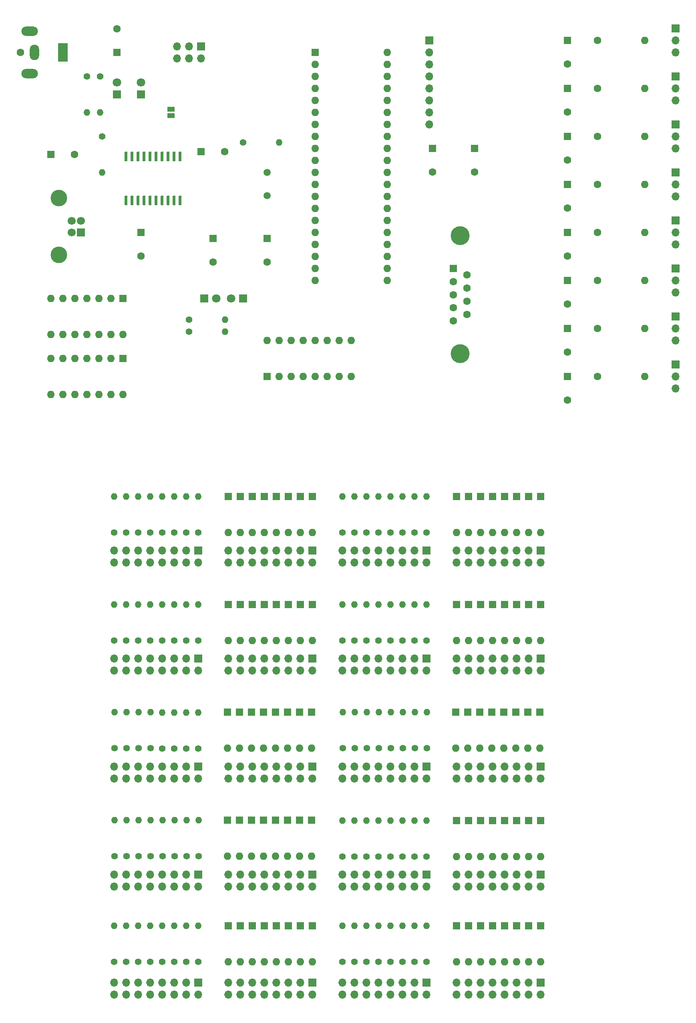
<source format=gbr>
%TF.GenerationSoftware,KiCad,Pcbnew,5.1.5+dfsg1-2build2*%
%TF.CreationDate,2021-10-31T16:28:56-04:00*%
%TF.ProjectId,PCB_LeftPanel,5043425f-4c65-4667-9450-616e656c2e6b,1*%
%TF.SameCoordinates,Original*%
%TF.FileFunction,Soldermask,Top*%
%TF.FilePolarity,Negative*%
%FSLAX46Y46*%
G04 Gerber Fmt 4.6, Leading zero omitted, Abs format (unit mm)*
G04 Created by KiCad (PCBNEW 5.1.5+dfsg1-2build2) date 2021-10-31 16:28:56*
%MOMM*%
%LPD*%
G04 APERTURE LIST*
%ADD10C,4.000000*%
%ADD11C,1.600000*%
%ADD12R,1.600000X1.600000*%
%ADD13O,1.600000X1.600000*%
%ADD14O,1.700000X1.700000*%
%ADD15R,1.700000X1.700000*%
%ADD16C,1.500000*%
%ADD17O,1.400000X1.400000*%
%ADD18C,1.400000*%
%ADD19R,1.500000X1.000000*%
%ADD20O,3.500000X2.000000*%
%ADD21O,2.000000X3.300000*%
%ADD22R,2.000000X4.000000*%
%ADD23C,3.500000*%
%ADD24C,1.700000*%
%ADD25C,1.800000*%
%ADD26R,1.800000X1.800000*%
%ADD27C,0.100000*%
G04 APERTURE END LIST*
D10*
%TO.C,J32*%
X124610000Y-67970000D03*
X124610000Y-92970000D03*
D11*
X126030000Y-84625000D03*
X126030000Y-81855000D03*
X126030000Y-79085000D03*
X126030000Y-76315000D03*
X123190000Y-86010000D03*
X123190000Y-83240000D03*
X123190000Y-80470000D03*
X123190000Y-77700000D03*
D12*
X123190000Y-74930000D03*
%TD*%
D13*
%TO.C,U1*%
X109220000Y-29210000D03*
X93980000Y-77470000D03*
X109220000Y-31750000D03*
X93980000Y-74930000D03*
X109220000Y-34290000D03*
X93980000Y-72390000D03*
X109220000Y-36830000D03*
X93980000Y-69850000D03*
X109220000Y-39370000D03*
X93980000Y-67310000D03*
X109220000Y-41910000D03*
X93980000Y-64770000D03*
X109220000Y-44450000D03*
X93980000Y-62230000D03*
X109220000Y-46990000D03*
X93980000Y-59690000D03*
X109220000Y-49530000D03*
X93980000Y-57150000D03*
X109220000Y-52070000D03*
X93980000Y-54610000D03*
X109220000Y-54610000D03*
X93980000Y-52070000D03*
X109220000Y-57150000D03*
X93980000Y-49530000D03*
X109220000Y-59690000D03*
X93980000Y-46990000D03*
X109220000Y-62230000D03*
X93980000Y-44450000D03*
X109220000Y-64770000D03*
X93980000Y-41910000D03*
X109220000Y-67310000D03*
X93980000Y-39370000D03*
X109220000Y-69850000D03*
X93980000Y-36830000D03*
X109220000Y-72390000D03*
X93980000Y-34290000D03*
X109220000Y-74930000D03*
X93980000Y-31750000D03*
X109220000Y-77470000D03*
D12*
X93980000Y-29210000D03*
%TD*%
D13*
%TO.C,U5*%
X53340000Y-88900000D03*
X38100000Y-81280000D03*
X50800000Y-88900000D03*
X40640000Y-81280000D03*
X48260000Y-88900000D03*
X43180000Y-81280000D03*
X45720000Y-88900000D03*
X45720000Y-81280000D03*
X43180000Y-88900000D03*
X48260000Y-81280000D03*
X40640000Y-88900000D03*
X50800000Y-81280000D03*
X38100000Y-88900000D03*
D12*
X53340000Y-81280000D03*
%TD*%
D13*
%TO.C,U4*%
X53340000Y-101600000D03*
X38100000Y-93980000D03*
X50800000Y-101600000D03*
X40640000Y-93980000D03*
X48260000Y-101600000D03*
X43180000Y-93980000D03*
X45720000Y-101600000D03*
X45720000Y-93980000D03*
X43180000Y-101600000D03*
X48260000Y-93980000D03*
X40640000Y-101600000D03*
X50800000Y-93980000D03*
X38100000Y-101600000D03*
D12*
X53340000Y-93980000D03*
%TD*%
D14*
%TO.C,J36*%
X118110000Y-44450000D03*
X118110000Y-41910000D03*
X118110000Y-39370000D03*
X118110000Y-36830000D03*
X118110000Y-34290000D03*
X118110000Y-31750000D03*
X118110000Y-29210000D03*
D15*
X118110000Y-26670000D03*
%TD*%
D14*
%TO.C,J2*%
X64770000Y-30480000D03*
X64770000Y-27940000D03*
X67310000Y-30480000D03*
X67310000Y-27940000D03*
X69850000Y-30480000D03*
D15*
X69850000Y-27940000D03*
%TD*%
D16*
%TO.C,Y1*%
X83820000Y-59490000D03*
X83820000Y-54610000D03*
%TD*%
D13*
%TO.C,U2*%
X83820000Y-90170000D03*
X101600000Y-97790000D03*
X86360000Y-90170000D03*
X99060000Y-97790000D03*
X88900000Y-90170000D03*
X96520000Y-97790000D03*
X91440000Y-90170000D03*
X93980000Y-97790000D03*
X93980000Y-90170000D03*
X91440000Y-97790000D03*
X96520000Y-90170000D03*
X88900000Y-97790000D03*
X99060000Y-90170000D03*
X86360000Y-97790000D03*
X101600000Y-90170000D03*
D12*
X83820000Y-97790000D03*
%TD*%
D17*
%TO.C,R86*%
X99695000Y-213995000D03*
D18*
X99695000Y-221615000D03*
%TD*%
D17*
%TO.C,R85*%
X102235000Y-213995000D03*
D18*
X102235000Y-221615000D03*
%TD*%
D17*
%TO.C,R84*%
X104775000Y-213995000D03*
D18*
X104775000Y-221615000D03*
%TD*%
D17*
%TO.C,R83*%
X107315000Y-213995000D03*
D18*
X107315000Y-221615000D03*
%TD*%
D17*
%TO.C,R82*%
X109855000Y-213995000D03*
D18*
X109855000Y-221615000D03*
%TD*%
D17*
%TO.C,R81*%
X112395000Y-213995000D03*
D18*
X112395000Y-221615000D03*
%TD*%
D17*
%TO.C,R80*%
X114935000Y-213995000D03*
D18*
X114935000Y-221615000D03*
%TD*%
D17*
%TO.C,R79*%
X117475000Y-213995000D03*
D18*
X117475000Y-221615000D03*
%TD*%
D17*
%TO.C,R78*%
X51435000Y-213995000D03*
D18*
X51435000Y-221615000D03*
%TD*%
D17*
%TO.C,R77*%
X53975000Y-213995000D03*
D18*
X53975000Y-221615000D03*
%TD*%
D17*
%TO.C,R76*%
X56515000Y-213995000D03*
D18*
X56515000Y-221615000D03*
%TD*%
D17*
%TO.C,R75*%
X59055000Y-213995000D03*
D18*
X59055000Y-221615000D03*
%TD*%
D17*
%TO.C,R74*%
X61595000Y-213995000D03*
D18*
X61595000Y-221615000D03*
%TD*%
D17*
%TO.C,R73*%
X64135000Y-213995000D03*
D18*
X64135000Y-221615000D03*
%TD*%
D17*
%TO.C,R72*%
X66675000Y-213995000D03*
D18*
X66675000Y-221615000D03*
%TD*%
D17*
%TO.C,R71*%
X69215000Y-213995000D03*
D18*
X69215000Y-221615000D03*
%TD*%
D17*
%TO.C,R70*%
X99695000Y-191770000D03*
D18*
X99695000Y-199390000D03*
%TD*%
D17*
%TO.C,R69*%
X102235000Y-191770000D03*
D18*
X102235000Y-199390000D03*
%TD*%
D17*
%TO.C,R68*%
X104775000Y-191770000D03*
D18*
X104775000Y-199390000D03*
%TD*%
D17*
%TO.C,R67*%
X107315000Y-191770000D03*
D18*
X107315000Y-199390000D03*
%TD*%
D17*
%TO.C,R66*%
X109855000Y-191770000D03*
D18*
X109855000Y-199390000D03*
%TD*%
D17*
%TO.C,R65*%
X112395000Y-191770000D03*
D18*
X112395000Y-199390000D03*
%TD*%
D17*
%TO.C,R64*%
X114935000Y-191770000D03*
D18*
X114935000Y-199390000D03*
%TD*%
D17*
%TO.C,R63*%
X117475000Y-191770000D03*
D18*
X117475000Y-199390000D03*
%TD*%
D17*
%TO.C,R62*%
X51562000Y-191643000D03*
D18*
X51562000Y-199263000D03*
%TD*%
D17*
%TO.C,R61*%
X54102000Y-191643000D03*
D18*
X54102000Y-199263000D03*
%TD*%
D17*
%TO.C,R60*%
X56642000Y-191643000D03*
D18*
X56642000Y-199263000D03*
%TD*%
D17*
%TO.C,R59*%
X59182000Y-191643000D03*
D18*
X59182000Y-199263000D03*
%TD*%
D17*
%TO.C,R58*%
X61722000Y-191643000D03*
D18*
X61722000Y-199263000D03*
%TD*%
D17*
%TO.C,R57*%
X64262000Y-191643000D03*
D18*
X64262000Y-199263000D03*
%TD*%
D17*
%TO.C,R56*%
X66802000Y-191643000D03*
D18*
X66802000Y-199263000D03*
%TD*%
D17*
%TO.C,R55*%
X69342000Y-191643000D03*
D18*
X69342000Y-199263000D03*
%TD*%
D17*
%TO.C,R54*%
X99822000Y-168783000D03*
D18*
X99822000Y-176403000D03*
%TD*%
D17*
%TO.C,R53*%
X102362000Y-168783000D03*
D18*
X102362000Y-176403000D03*
%TD*%
D17*
%TO.C,R52*%
X104902000Y-168783000D03*
D18*
X104902000Y-176403000D03*
%TD*%
D17*
%TO.C,R51*%
X107442000Y-168783000D03*
D18*
X107442000Y-176403000D03*
%TD*%
D17*
%TO.C,R50*%
X109982000Y-168783000D03*
D18*
X109982000Y-176403000D03*
%TD*%
D17*
%TO.C,R49*%
X112522000Y-168783000D03*
D18*
X112522000Y-176403000D03*
%TD*%
D17*
%TO.C,R48*%
X115062000Y-168783000D03*
D18*
X115062000Y-176403000D03*
%TD*%
D17*
%TO.C,R47*%
X117602000Y-168783000D03*
D18*
X117602000Y-176403000D03*
%TD*%
D17*
%TO.C,R46*%
X51562000Y-168783000D03*
D18*
X51562000Y-176403000D03*
%TD*%
D17*
%TO.C,R45*%
X54102000Y-168783000D03*
D18*
X54102000Y-176403000D03*
%TD*%
D17*
%TO.C,R44*%
X56642000Y-168783000D03*
D18*
X56642000Y-176403000D03*
%TD*%
D17*
%TO.C,R43*%
X59182000Y-168783000D03*
D18*
X59182000Y-176403000D03*
%TD*%
D17*
%TO.C,R42*%
X61595000Y-168910000D03*
D18*
X61595000Y-176530000D03*
%TD*%
D17*
%TO.C,R41*%
X64135000Y-168910000D03*
D18*
X64135000Y-176530000D03*
%TD*%
D17*
%TO.C,R40*%
X66675000Y-168910000D03*
D18*
X66675000Y-176530000D03*
%TD*%
D17*
%TO.C,R39*%
X69215000Y-168910000D03*
D18*
X69215000Y-176530000D03*
%TD*%
D17*
%TO.C,R38*%
X99695000Y-146050000D03*
D18*
X99695000Y-153670000D03*
%TD*%
D17*
%TO.C,R37*%
X102235000Y-146050000D03*
D18*
X102235000Y-153670000D03*
%TD*%
D17*
%TO.C,R36*%
X104775000Y-146050000D03*
D18*
X104775000Y-153670000D03*
%TD*%
D17*
%TO.C,R35*%
X107315000Y-146050000D03*
D18*
X107315000Y-153670000D03*
%TD*%
D17*
%TO.C,R34*%
X109855000Y-146050000D03*
D18*
X109855000Y-153670000D03*
%TD*%
D17*
%TO.C,R33*%
X112395000Y-146050000D03*
D18*
X112395000Y-153670000D03*
%TD*%
D17*
%TO.C,R32*%
X114935000Y-146050000D03*
D18*
X114935000Y-153670000D03*
%TD*%
D17*
%TO.C,R31*%
X117475000Y-146050000D03*
D18*
X117475000Y-153670000D03*
%TD*%
D17*
%TO.C,R30*%
X51435000Y-146050000D03*
D18*
X51435000Y-153670000D03*
%TD*%
D17*
%TO.C,R29*%
X53975000Y-146050000D03*
D18*
X53975000Y-153670000D03*
%TD*%
D17*
%TO.C,R28*%
X56515000Y-146050000D03*
D18*
X56515000Y-153670000D03*
%TD*%
D17*
%TO.C,R27*%
X59055000Y-146050000D03*
D18*
X59055000Y-153670000D03*
%TD*%
D17*
%TO.C,R26*%
X61595000Y-146050000D03*
D18*
X61595000Y-153670000D03*
%TD*%
D17*
%TO.C,R25*%
X64135000Y-146050000D03*
D18*
X64135000Y-153670000D03*
%TD*%
D17*
%TO.C,R24*%
X66675000Y-146050000D03*
D18*
X66675000Y-153670000D03*
%TD*%
D17*
%TO.C,R23*%
X69215000Y-146050000D03*
D18*
X69215000Y-153670000D03*
%TD*%
D17*
%TO.C,R22*%
X99695000Y-123190000D03*
D18*
X99695000Y-130810000D03*
%TD*%
D17*
%TO.C,R21*%
X102235000Y-123190000D03*
D18*
X102235000Y-130810000D03*
%TD*%
D17*
%TO.C,R20*%
X104775000Y-123190000D03*
D18*
X104775000Y-130810000D03*
%TD*%
D17*
%TO.C,R19*%
X107315000Y-123190000D03*
D18*
X107315000Y-130810000D03*
%TD*%
D17*
%TO.C,R18*%
X109855000Y-123190000D03*
D18*
X109855000Y-130810000D03*
%TD*%
D17*
%TO.C,R17*%
X112395000Y-123190000D03*
D18*
X112395000Y-130810000D03*
%TD*%
D17*
%TO.C,R16*%
X114935000Y-123190000D03*
D18*
X114935000Y-130810000D03*
%TD*%
D17*
%TO.C,R15*%
X117475000Y-123190000D03*
D18*
X117475000Y-130810000D03*
%TD*%
D17*
%TO.C,R14*%
X51435000Y-123190000D03*
D18*
X51435000Y-130810000D03*
%TD*%
D17*
%TO.C,R13*%
X53975000Y-123190000D03*
D18*
X53975000Y-130810000D03*
%TD*%
D17*
%TO.C,R12*%
X56515000Y-123190000D03*
D18*
X56515000Y-130810000D03*
%TD*%
D17*
%TO.C,R11*%
X59055000Y-123190000D03*
D18*
X59055000Y-130810000D03*
%TD*%
D17*
%TO.C,R10*%
X61595000Y-123190000D03*
D18*
X61595000Y-130810000D03*
%TD*%
D17*
%TO.C,R9*%
X64135000Y-123190000D03*
D18*
X64135000Y-130810000D03*
%TD*%
D17*
%TO.C,R8*%
X66675000Y-123190000D03*
D18*
X66675000Y-130810000D03*
%TD*%
D17*
%TO.C,R7*%
X69215000Y-123190000D03*
D18*
X69215000Y-130810000D03*
%TD*%
D17*
%TO.C,R6*%
X74930000Y-85725000D03*
D18*
X67310000Y-85725000D03*
%TD*%
D17*
%TO.C,R5*%
X86360000Y-48260000D03*
D18*
X78740000Y-48260000D03*
%TD*%
D17*
%TO.C,R4*%
X74930000Y-88265000D03*
D18*
X67310000Y-88265000D03*
%TD*%
D17*
%TO.C,R3*%
X48895000Y-54610000D03*
D18*
X48895000Y-46990000D03*
%TD*%
D17*
%TO.C,R2*%
X45720000Y-41910000D03*
D18*
X45720000Y-34290000D03*
%TD*%
D17*
%TO.C,R1*%
X48470000Y-41910000D03*
D18*
X48470000Y-34290000D03*
%TD*%
D13*
%TO.C,L8*%
X163670000Y-97790000D03*
D11*
X153670000Y-97790000D03*
%TD*%
D13*
%TO.C,L7*%
X163670000Y-87630000D03*
D11*
X153670000Y-87630000D03*
%TD*%
D13*
%TO.C,L6*%
X163670000Y-77470000D03*
D11*
X153670000Y-77470000D03*
%TD*%
D13*
%TO.C,L5*%
X163670000Y-67310000D03*
D11*
X153670000Y-67310000D03*
%TD*%
D13*
%TO.C,L4*%
X163670000Y-57150000D03*
D11*
X153670000Y-57150000D03*
%TD*%
D13*
%TO.C,L3*%
X163670000Y-46990000D03*
D11*
X153670000Y-46990000D03*
%TD*%
D13*
%TO.C,L2*%
X163670000Y-36830000D03*
D11*
X153670000Y-36830000D03*
%TD*%
D13*
%TO.C,L1*%
X163670000Y-26670000D03*
D11*
X153670000Y-26670000D03*
%TD*%
D19*
%TO.C,JP2*%
X63500000Y-41260000D03*
X63500000Y-42560000D03*
%TD*%
D14*
%TO.C,J31*%
X170180000Y-100330000D03*
X170180000Y-97790000D03*
D15*
X170180000Y-95250000D03*
%TD*%
D14*
%TO.C,J30*%
X170180000Y-90170000D03*
X170180000Y-87630000D03*
D15*
X170180000Y-85090000D03*
%TD*%
D14*
%TO.C,J29*%
X170180000Y-80010000D03*
X170180000Y-77470000D03*
D15*
X170180000Y-74930000D03*
%TD*%
D14*
%TO.C,J28*%
X170180000Y-69850000D03*
X170180000Y-67310000D03*
D15*
X170180000Y-64770000D03*
%TD*%
D14*
%TO.C,J27*%
X170180000Y-59690000D03*
X170180000Y-57150000D03*
D15*
X170180000Y-54610000D03*
%TD*%
D14*
%TO.C,J26*%
X170180000Y-49530000D03*
X170180000Y-46990000D03*
D15*
X170180000Y-44450000D03*
%TD*%
D14*
%TO.C,J25*%
X170180000Y-39370000D03*
X170180000Y-36830000D03*
D15*
X170180000Y-34290000D03*
%TD*%
D14*
%TO.C,J24*%
X170180000Y-29210000D03*
X170180000Y-26670000D03*
D15*
X170180000Y-24130000D03*
%TD*%
D14*
%TO.C,J23*%
X123825000Y-228600000D03*
X123825000Y-226060000D03*
X126365000Y-228600000D03*
X126365000Y-226060000D03*
X128905000Y-228600000D03*
X128905000Y-226060000D03*
X131445000Y-228600000D03*
X131445000Y-226060000D03*
X133985000Y-228600000D03*
X133985000Y-226060000D03*
X136525000Y-228600000D03*
X136525000Y-226060000D03*
X139065000Y-228600000D03*
X139065000Y-226060000D03*
X141605000Y-228600000D03*
D15*
X141605000Y-226060000D03*
%TD*%
D14*
%TO.C,J22*%
X99695000Y-228600000D03*
X99695000Y-226060000D03*
X102235000Y-228600000D03*
X102235000Y-226060000D03*
X104775000Y-228600000D03*
X104775000Y-226060000D03*
X107315000Y-228600000D03*
X107315000Y-226060000D03*
X109855000Y-228600000D03*
X109855000Y-226060000D03*
X112395000Y-228600000D03*
X112395000Y-226060000D03*
X114935000Y-228600000D03*
X114935000Y-226060000D03*
X117475000Y-228600000D03*
D15*
X117475000Y-226060000D03*
%TD*%
D14*
%TO.C,J21*%
X75565000Y-228600000D03*
X75565000Y-226060000D03*
X78105000Y-228600000D03*
X78105000Y-226060000D03*
X80645000Y-228600000D03*
X80645000Y-226060000D03*
X83185000Y-228600000D03*
X83185000Y-226060000D03*
X85725000Y-228600000D03*
X85725000Y-226060000D03*
X88265000Y-228600000D03*
X88265000Y-226060000D03*
X90805000Y-228600000D03*
X90805000Y-226060000D03*
X93345000Y-228600000D03*
D15*
X93345000Y-226060000D03*
%TD*%
D14*
%TO.C,J20*%
X51435000Y-228600000D03*
X51435000Y-226060000D03*
X53975000Y-228600000D03*
X53975000Y-226060000D03*
X56515000Y-228600000D03*
X56515000Y-226060000D03*
X59055000Y-228600000D03*
X59055000Y-226060000D03*
X61595000Y-228600000D03*
X61595000Y-226060000D03*
X64135000Y-228600000D03*
X64135000Y-226060000D03*
X66675000Y-228600000D03*
X66675000Y-226060000D03*
X69215000Y-228600000D03*
D15*
X69215000Y-226060000D03*
%TD*%
D14*
%TO.C,J19*%
X123825000Y-205740000D03*
X123825000Y-203200000D03*
X126365000Y-205740000D03*
X126365000Y-203200000D03*
X128905000Y-205740000D03*
X128905000Y-203200000D03*
X131445000Y-205740000D03*
X131445000Y-203200000D03*
X133985000Y-205740000D03*
X133985000Y-203200000D03*
X136525000Y-205740000D03*
X136525000Y-203200000D03*
X139065000Y-205740000D03*
X139065000Y-203200000D03*
X141605000Y-205740000D03*
D15*
X141605000Y-203200000D03*
%TD*%
D14*
%TO.C,J18*%
X99695000Y-205740000D03*
X99695000Y-203200000D03*
X102235000Y-205740000D03*
X102235000Y-203200000D03*
X104775000Y-205740000D03*
X104775000Y-203200000D03*
X107315000Y-205740000D03*
X107315000Y-203200000D03*
X109855000Y-205740000D03*
X109855000Y-203200000D03*
X112395000Y-205740000D03*
X112395000Y-203200000D03*
X114935000Y-205740000D03*
X114935000Y-203200000D03*
X117475000Y-205740000D03*
D15*
X117475000Y-203200000D03*
%TD*%
D14*
%TO.C,J17*%
X75565000Y-205740000D03*
X75565000Y-203200000D03*
X78105000Y-205740000D03*
X78105000Y-203200000D03*
X80645000Y-205740000D03*
X80645000Y-203200000D03*
X83185000Y-205740000D03*
X83185000Y-203200000D03*
X85725000Y-205740000D03*
X85725000Y-203200000D03*
X88265000Y-205740000D03*
X88265000Y-203200000D03*
X90805000Y-205740000D03*
X90805000Y-203200000D03*
X93345000Y-205740000D03*
D15*
X93345000Y-203200000D03*
%TD*%
D14*
%TO.C,J16*%
X51435000Y-205740000D03*
X51435000Y-203200000D03*
X53975000Y-205740000D03*
X53975000Y-203200000D03*
X56515000Y-205740000D03*
X56515000Y-203200000D03*
X59055000Y-205740000D03*
X59055000Y-203200000D03*
X61595000Y-205740000D03*
X61595000Y-203200000D03*
X64135000Y-205740000D03*
X64135000Y-203200000D03*
X66675000Y-205740000D03*
X66675000Y-203200000D03*
X69215000Y-205740000D03*
D15*
X69215000Y-203200000D03*
%TD*%
D14*
%TO.C,J15*%
X123825000Y-182880000D03*
X123825000Y-180340000D03*
X126365000Y-182880000D03*
X126365000Y-180340000D03*
X128905000Y-182880000D03*
X128905000Y-180340000D03*
X131445000Y-182880000D03*
X131445000Y-180340000D03*
X133985000Y-182880000D03*
X133985000Y-180340000D03*
X136525000Y-182880000D03*
X136525000Y-180340000D03*
X139065000Y-182880000D03*
X139065000Y-180340000D03*
X141605000Y-182880000D03*
D15*
X141605000Y-180340000D03*
%TD*%
D14*
%TO.C,J14*%
X99695000Y-182880000D03*
X99695000Y-180340000D03*
X102235000Y-182880000D03*
X102235000Y-180340000D03*
X104775000Y-182880000D03*
X104775000Y-180340000D03*
X107315000Y-182880000D03*
X107315000Y-180340000D03*
X109855000Y-182880000D03*
X109855000Y-180340000D03*
X112395000Y-182880000D03*
X112395000Y-180340000D03*
X114935000Y-182880000D03*
X114935000Y-180340000D03*
X117475000Y-182880000D03*
D15*
X117475000Y-180340000D03*
%TD*%
D14*
%TO.C,J13*%
X75565000Y-182880000D03*
X75565000Y-180340000D03*
X78105000Y-182880000D03*
X78105000Y-180340000D03*
X80645000Y-182880000D03*
X80645000Y-180340000D03*
X83185000Y-182880000D03*
X83185000Y-180340000D03*
X85725000Y-182880000D03*
X85725000Y-180340000D03*
X88265000Y-182880000D03*
X88265000Y-180340000D03*
X90805000Y-182880000D03*
X90805000Y-180340000D03*
X93345000Y-182880000D03*
D15*
X93345000Y-180340000D03*
%TD*%
D14*
%TO.C,J12*%
X51435000Y-182880000D03*
X51435000Y-180340000D03*
X53975000Y-182880000D03*
X53975000Y-180340000D03*
X56515000Y-182880000D03*
X56515000Y-180340000D03*
X59055000Y-182880000D03*
X59055000Y-180340000D03*
X61595000Y-182880000D03*
X61595000Y-180340000D03*
X64135000Y-182880000D03*
X64135000Y-180340000D03*
X66675000Y-182880000D03*
X66675000Y-180340000D03*
X69215000Y-182880000D03*
D15*
X69215000Y-180340000D03*
%TD*%
D14*
%TO.C,J11*%
X123825000Y-160020000D03*
X123825000Y-157480000D03*
X126365000Y-160020000D03*
X126365000Y-157480000D03*
X128905000Y-160020000D03*
X128905000Y-157480000D03*
X131445000Y-160020000D03*
X131445000Y-157480000D03*
X133985000Y-160020000D03*
X133985000Y-157480000D03*
X136525000Y-160020000D03*
X136525000Y-157480000D03*
X139065000Y-160020000D03*
X139065000Y-157480000D03*
X141605000Y-160020000D03*
D15*
X141605000Y-157480000D03*
%TD*%
D14*
%TO.C,J10*%
X99695000Y-160020000D03*
X99695000Y-157480000D03*
X102235000Y-160020000D03*
X102235000Y-157480000D03*
X104775000Y-160020000D03*
X104775000Y-157480000D03*
X107315000Y-160020000D03*
X107315000Y-157480000D03*
X109855000Y-160020000D03*
X109855000Y-157480000D03*
X112395000Y-160020000D03*
X112395000Y-157480000D03*
X114935000Y-160020000D03*
X114935000Y-157480000D03*
X117475000Y-160020000D03*
D15*
X117475000Y-157480000D03*
%TD*%
D14*
%TO.C,J9*%
X75565000Y-160020000D03*
X75565000Y-157480000D03*
X78105000Y-160020000D03*
X78105000Y-157480000D03*
X80645000Y-160020000D03*
X80645000Y-157480000D03*
X83185000Y-160020000D03*
X83185000Y-157480000D03*
X85725000Y-160020000D03*
X85725000Y-157480000D03*
X88265000Y-160020000D03*
X88265000Y-157480000D03*
X90805000Y-160020000D03*
X90805000Y-157480000D03*
X93345000Y-160020000D03*
D15*
X93345000Y-157480000D03*
%TD*%
D14*
%TO.C,J8*%
X51435000Y-160020000D03*
X51435000Y-157480000D03*
X53975000Y-160020000D03*
X53975000Y-157480000D03*
X56515000Y-160020000D03*
X56515000Y-157480000D03*
X59055000Y-160020000D03*
X59055000Y-157480000D03*
X61595000Y-160020000D03*
X61595000Y-157480000D03*
X64135000Y-160020000D03*
X64135000Y-157480000D03*
X66675000Y-160020000D03*
X66675000Y-157480000D03*
X69215000Y-160020000D03*
D15*
X69215000Y-157480000D03*
%TD*%
D14*
%TO.C,J7*%
X123825000Y-137160000D03*
X123825000Y-134620000D03*
X126365000Y-137160000D03*
X126365000Y-134620000D03*
X128905000Y-137160000D03*
X128905000Y-134620000D03*
X131445000Y-137160000D03*
X131445000Y-134620000D03*
X133985000Y-137160000D03*
X133985000Y-134620000D03*
X136525000Y-137160000D03*
X136525000Y-134620000D03*
X139065000Y-137160000D03*
X139065000Y-134620000D03*
X141605000Y-137160000D03*
D15*
X141605000Y-134620000D03*
%TD*%
D14*
%TO.C,J6*%
X99695000Y-137160000D03*
X99695000Y-134620000D03*
X102235000Y-137160000D03*
X102235000Y-134620000D03*
X104775000Y-137160000D03*
X104775000Y-134620000D03*
X107315000Y-137160000D03*
X107315000Y-134620000D03*
X109855000Y-137160000D03*
X109855000Y-134620000D03*
X112395000Y-137160000D03*
X112395000Y-134620000D03*
X114935000Y-137160000D03*
X114935000Y-134620000D03*
X117475000Y-137160000D03*
D15*
X117475000Y-134620000D03*
%TD*%
D14*
%TO.C,J5*%
X75565000Y-137160000D03*
X75565000Y-134620000D03*
X78105000Y-137160000D03*
X78105000Y-134620000D03*
X80645000Y-137160000D03*
X80645000Y-134620000D03*
X83185000Y-137160000D03*
X83185000Y-134620000D03*
X85725000Y-137160000D03*
X85725000Y-134620000D03*
X88265000Y-137160000D03*
X88265000Y-134620000D03*
X90805000Y-137160000D03*
X90805000Y-134620000D03*
X93345000Y-137160000D03*
D15*
X93345000Y-134620000D03*
%TD*%
D14*
%TO.C,J4*%
X51435000Y-137160000D03*
X51435000Y-134620000D03*
X53975000Y-137160000D03*
X53975000Y-134620000D03*
X56515000Y-137160000D03*
X56515000Y-134620000D03*
X59055000Y-137160000D03*
X59055000Y-134620000D03*
X61595000Y-137160000D03*
X61595000Y-134620000D03*
X64135000Y-137160000D03*
X64135000Y-134620000D03*
X66675000Y-137160000D03*
X66675000Y-134620000D03*
X69215000Y-137160000D03*
D15*
X69215000Y-134620000D03*
%TD*%
D11*
%TO.C,J3*%
X31640000Y-29210000D03*
D20*
X33640000Y-33710000D03*
X33640000Y-24710000D03*
D21*
X34640000Y-29210000D03*
D22*
X40640000Y-29210000D03*
%TD*%
D23*
%TO.C,J1*%
X39740000Y-60040000D03*
X39740000Y-72080000D03*
D24*
X42450000Y-67310000D03*
X42450000Y-64810000D03*
X44450000Y-64810000D03*
D15*
X44450000Y-67310000D03*
%TD*%
D13*
%TO.C,D86*%
X123825000Y-221615000D03*
D12*
X123825000Y-213995000D03*
%TD*%
D13*
%TO.C,D85*%
X126365000Y-221615000D03*
D12*
X126365000Y-213995000D03*
%TD*%
D13*
%TO.C,D84*%
X128905000Y-221615000D03*
D12*
X128905000Y-213995000D03*
%TD*%
D13*
%TO.C,D83*%
X131445000Y-221615000D03*
D12*
X131445000Y-213995000D03*
%TD*%
D13*
%TO.C,D82*%
X133985000Y-221615000D03*
D12*
X133985000Y-213995000D03*
%TD*%
D13*
%TO.C,D81*%
X136525000Y-221615000D03*
D12*
X136525000Y-213995000D03*
%TD*%
D13*
%TO.C,D80*%
X139065000Y-221615000D03*
D12*
X139065000Y-213995000D03*
%TD*%
D13*
%TO.C,D79*%
X141605000Y-221615000D03*
D12*
X141605000Y-213995000D03*
%TD*%
D13*
%TO.C,D78*%
X75565000Y-221615000D03*
D12*
X75565000Y-213995000D03*
%TD*%
D13*
%TO.C,D77*%
X78105000Y-221615000D03*
D12*
X78105000Y-213995000D03*
%TD*%
D13*
%TO.C,D76*%
X80645000Y-221615000D03*
D12*
X80645000Y-213995000D03*
%TD*%
D13*
%TO.C,D75*%
X83185000Y-221615000D03*
D12*
X83185000Y-213995000D03*
%TD*%
D13*
%TO.C,D74*%
X85725000Y-221615000D03*
D12*
X85725000Y-213995000D03*
%TD*%
D13*
%TO.C,D73*%
X88265000Y-221615000D03*
D12*
X88265000Y-213995000D03*
%TD*%
D13*
%TO.C,D72*%
X90805000Y-221615000D03*
D12*
X90805000Y-213995000D03*
%TD*%
D13*
%TO.C,D71*%
X93345000Y-221615000D03*
D12*
X93345000Y-213995000D03*
%TD*%
D13*
%TO.C,D70*%
X123825000Y-199390000D03*
D12*
X123825000Y-191770000D03*
%TD*%
D13*
%TO.C,D69*%
X126365000Y-199390000D03*
D12*
X126365000Y-191770000D03*
%TD*%
D13*
%TO.C,D68*%
X128905000Y-199390000D03*
D12*
X128905000Y-191770000D03*
%TD*%
D13*
%TO.C,D67*%
X131445000Y-199390000D03*
D12*
X131445000Y-191770000D03*
%TD*%
D13*
%TO.C,D66*%
X133985000Y-199390000D03*
D12*
X133985000Y-191770000D03*
%TD*%
D13*
%TO.C,D65*%
X136525000Y-199390000D03*
D12*
X136525000Y-191770000D03*
%TD*%
D13*
%TO.C,D64*%
X139065000Y-199390000D03*
D12*
X139065000Y-191770000D03*
%TD*%
D13*
%TO.C,D63*%
X141605000Y-199390000D03*
D12*
X141605000Y-191770000D03*
%TD*%
D13*
%TO.C,D62*%
X75438000Y-199263000D03*
D12*
X75438000Y-191643000D03*
%TD*%
D13*
%TO.C,D61*%
X77978000Y-199263000D03*
D12*
X77978000Y-191643000D03*
%TD*%
D13*
%TO.C,D60*%
X80518000Y-199263000D03*
D12*
X80518000Y-191643000D03*
%TD*%
D13*
%TO.C,D59*%
X83058000Y-199263000D03*
D12*
X83058000Y-191643000D03*
%TD*%
D13*
%TO.C,D58*%
X85598000Y-199263000D03*
D12*
X85598000Y-191643000D03*
%TD*%
D13*
%TO.C,D57*%
X88138000Y-199263000D03*
D12*
X88138000Y-191643000D03*
%TD*%
D13*
%TO.C,D56*%
X90678000Y-199263000D03*
D12*
X90678000Y-191643000D03*
%TD*%
D13*
%TO.C,D55*%
X93218000Y-199263000D03*
D12*
X93218000Y-191643000D03*
%TD*%
D13*
%TO.C,D54*%
X123698000Y-176403000D03*
D12*
X123698000Y-168783000D03*
%TD*%
D13*
%TO.C,D53*%
X126238000Y-176403000D03*
D12*
X126238000Y-168783000D03*
%TD*%
D13*
%TO.C,D52*%
X128778000Y-176403000D03*
D12*
X128778000Y-168783000D03*
%TD*%
D13*
%TO.C,D51*%
X131318000Y-176403000D03*
D12*
X131318000Y-168783000D03*
%TD*%
D13*
%TO.C,D50*%
X133858000Y-176403000D03*
D12*
X133858000Y-168783000D03*
%TD*%
D13*
%TO.C,D49*%
X136398000Y-176403000D03*
D12*
X136398000Y-168783000D03*
%TD*%
D13*
%TO.C,D48*%
X138938000Y-176403000D03*
D12*
X138938000Y-168783000D03*
%TD*%
D13*
%TO.C,D47*%
X141478000Y-176403000D03*
D12*
X141478000Y-168783000D03*
%TD*%
D13*
%TO.C,D46*%
X75438000Y-176403000D03*
D12*
X75438000Y-168783000D03*
%TD*%
D13*
%TO.C,D45*%
X77978000Y-176403000D03*
D12*
X77978000Y-168783000D03*
%TD*%
D13*
%TO.C,D44*%
X80518000Y-176403000D03*
D12*
X80518000Y-168783000D03*
%TD*%
D13*
%TO.C,D43*%
X83058000Y-176403000D03*
D12*
X83058000Y-168783000D03*
%TD*%
D13*
%TO.C,D42*%
X85598000Y-176403000D03*
D12*
X85598000Y-168783000D03*
%TD*%
D13*
%TO.C,D41*%
X88138000Y-176403000D03*
D12*
X88138000Y-168783000D03*
%TD*%
D13*
%TO.C,D40*%
X90678000Y-176403000D03*
D12*
X90678000Y-168783000D03*
%TD*%
D13*
%TO.C,D39*%
X93218000Y-176403000D03*
D12*
X93218000Y-168783000D03*
%TD*%
D13*
%TO.C,D38*%
X123825000Y-153670000D03*
D12*
X123825000Y-146050000D03*
%TD*%
D13*
%TO.C,D37*%
X126365000Y-153670000D03*
D12*
X126365000Y-146050000D03*
%TD*%
D13*
%TO.C,D36*%
X128905000Y-153670000D03*
D12*
X128905000Y-146050000D03*
%TD*%
D13*
%TO.C,D35*%
X131445000Y-153670000D03*
D12*
X131445000Y-146050000D03*
%TD*%
D13*
%TO.C,D34*%
X133985000Y-153670000D03*
D12*
X133985000Y-146050000D03*
%TD*%
D13*
%TO.C,D33*%
X136525000Y-153670000D03*
D12*
X136525000Y-146050000D03*
%TD*%
D13*
%TO.C,D32*%
X139065000Y-153670000D03*
D12*
X139065000Y-146050000D03*
%TD*%
D13*
%TO.C,D31*%
X141605000Y-153670000D03*
D12*
X141605000Y-146050000D03*
%TD*%
D13*
%TO.C,D30*%
X75565000Y-153670000D03*
D12*
X75565000Y-146050000D03*
%TD*%
D13*
%TO.C,D29*%
X78105000Y-153670000D03*
D12*
X78105000Y-146050000D03*
%TD*%
D13*
%TO.C,D28*%
X80645000Y-153670000D03*
D12*
X80645000Y-146050000D03*
%TD*%
D13*
%TO.C,D27*%
X83185000Y-153670000D03*
D12*
X83185000Y-146050000D03*
%TD*%
D13*
%TO.C,D26*%
X85725000Y-153670000D03*
D12*
X85725000Y-146050000D03*
%TD*%
D13*
%TO.C,D25*%
X88265000Y-153670000D03*
D12*
X88265000Y-146050000D03*
%TD*%
D13*
%TO.C,D24*%
X90805000Y-153670000D03*
D12*
X90805000Y-146050000D03*
%TD*%
D13*
%TO.C,D23*%
X93345000Y-153670000D03*
D12*
X93345000Y-146050000D03*
%TD*%
D13*
%TO.C,D22*%
X123825000Y-130810000D03*
D12*
X123825000Y-123190000D03*
%TD*%
D13*
%TO.C,D21*%
X126365000Y-130810000D03*
D12*
X126365000Y-123190000D03*
%TD*%
D13*
%TO.C,D20*%
X128905000Y-130810000D03*
D12*
X128905000Y-123190000D03*
%TD*%
D13*
%TO.C,D19*%
X131445000Y-130810000D03*
D12*
X131445000Y-123190000D03*
%TD*%
D13*
%TO.C,D18*%
X133985000Y-130810000D03*
D12*
X133985000Y-123190000D03*
%TD*%
D13*
%TO.C,D17*%
X136525000Y-130810000D03*
D12*
X136525000Y-123190000D03*
%TD*%
D13*
%TO.C,D16*%
X139065000Y-130810000D03*
D12*
X139065000Y-123190000D03*
%TD*%
D13*
%TO.C,D15*%
X141605000Y-130810000D03*
D12*
X141605000Y-123190000D03*
%TD*%
D13*
%TO.C,D14*%
X75565000Y-130810000D03*
D12*
X75565000Y-123190000D03*
%TD*%
D13*
%TO.C,D13*%
X78105000Y-130810000D03*
D12*
X78105000Y-123190000D03*
%TD*%
D13*
%TO.C,D12*%
X80645000Y-130810000D03*
D12*
X80645000Y-123190000D03*
%TD*%
D13*
%TO.C,D11*%
X83185000Y-130810000D03*
D12*
X83185000Y-123190000D03*
%TD*%
D13*
%TO.C,D10*%
X85725000Y-130810000D03*
D12*
X85725000Y-123190000D03*
%TD*%
D13*
%TO.C,D9*%
X88265000Y-130810000D03*
D12*
X88265000Y-123190000D03*
%TD*%
D13*
%TO.C,D8*%
X90805000Y-130810000D03*
D12*
X90805000Y-123190000D03*
%TD*%
D13*
%TO.C,D7*%
X93345000Y-130810000D03*
D12*
X93345000Y-123190000D03*
%TD*%
D25*
%TO.C,D6*%
X73025000Y-81280000D03*
D26*
X70485000Y-81280000D03*
%TD*%
D25*
%TO.C,D5*%
X76200000Y-81280000D03*
D26*
X78740000Y-81280000D03*
%TD*%
D25*
%TO.C,D2*%
X57150000Y-35560000D03*
D26*
X57150000Y-38100000D03*
%TD*%
D25*
%TO.C,D1*%
X52070000Y-35560000D03*
D26*
X52070000Y-38100000D03*
%TD*%
D11*
%TO.C,C16*%
X147320000Y-102790000D03*
D12*
X147320000Y-97790000D03*
%TD*%
D11*
%TO.C,C15*%
X147320000Y-92630000D03*
D12*
X147320000Y-87630000D03*
%TD*%
D11*
%TO.C,C14*%
X147320000Y-82470000D03*
D12*
X147320000Y-77470000D03*
%TD*%
D11*
%TO.C,C13*%
X147320000Y-72310000D03*
D12*
X147320000Y-67310000D03*
%TD*%
D11*
%TO.C,C12*%
X147320000Y-62150000D03*
D12*
X147320000Y-57150000D03*
%TD*%
D11*
%TO.C,C11*%
X147320000Y-51990000D03*
D12*
X147320000Y-46990000D03*
%TD*%
D11*
%TO.C,C10*%
X147320000Y-41830000D03*
D12*
X147320000Y-36830000D03*
%TD*%
%TO.C,C9*%
X38100000Y-50800000D03*
D11*
X43100000Y-50800000D03*
%TD*%
%TO.C,C8*%
X57150000Y-72310000D03*
D12*
X57150000Y-67310000D03*
%TD*%
D11*
%TO.C,C7*%
X74850000Y-50165000D03*
D12*
X69850000Y-50165000D03*
%TD*%
D11*
%TO.C,C6*%
X118745000Y-54530000D03*
D12*
X118745000Y-49530000D03*
%TD*%
D11*
%TO.C,C5*%
X72390000Y-73580000D03*
D12*
X72390000Y-68580000D03*
%TD*%
D11*
%TO.C,C4*%
X83820000Y-73580000D03*
D12*
X83820000Y-68580000D03*
%TD*%
D11*
%TO.C,C3*%
X147320000Y-31670000D03*
D12*
X147320000Y-26670000D03*
%TD*%
D11*
%TO.C,C2*%
X52070000Y-24210000D03*
D12*
X52070000Y-29210000D03*
%TD*%
D11*
%TO.C,C1*%
X127635000Y-54530000D03*
D12*
X127635000Y-49530000D03*
%TD*%
D27*
%TO.C,U3*%
G36*
X65569703Y-59505722D02*
G01*
X65584264Y-59507882D01*
X65598543Y-59511459D01*
X65612403Y-59516418D01*
X65625710Y-59522712D01*
X65638336Y-59530280D01*
X65650159Y-59539048D01*
X65661066Y-59548934D01*
X65670952Y-59559841D01*
X65679720Y-59571664D01*
X65687288Y-59584290D01*
X65693582Y-59597597D01*
X65698541Y-59611457D01*
X65702118Y-59625736D01*
X65704278Y-59640297D01*
X65705000Y-59655000D01*
X65705000Y-61405000D01*
X65704278Y-61419703D01*
X65702118Y-61434264D01*
X65698541Y-61448543D01*
X65693582Y-61462403D01*
X65687288Y-61475710D01*
X65679720Y-61488336D01*
X65670952Y-61500159D01*
X65661066Y-61511066D01*
X65650159Y-61520952D01*
X65638336Y-61529720D01*
X65625710Y-61537288D01*
X65612403Y-61543582D01*
X65598543Y-61548541D01*
X65584264Y-61552118D01*
X65569703Y-61554278D01*
X65555000Y-61555000D01*
X65255000Y-61555000D01*
X65240297Y-61554278D01*
X65225736Y-61552118D01*
X65211457Y-61548541D01*
X65197597Y-61543582D01*
X65184290Y-61537288D01*
X65171664Y-61529720D01*
X65159841Y-61520952D01*
X65148934Y-61511066D01*
X65139048Y-61500159D01*
X65130280Y-61488336D01*
X65122712Y-61475710D01*
X65116418Y-61462403D01*
X65111459Y-61448543D01*
X65107882Y-61434264D01*
X65105722Y-61419703D01*
X65105000Y-61405000D01*
X65105000Y-59655000D01*
X65105722Y-59640297D01*
X65107882Y-59625736D01*
X65111459Y-59611457D01*
X65116418Y-59597597D01*
X65122712Y-59584290D01*
X65130280Y-59571664D01*
X65139048Y-59559841D01*
X65148934Y-59548934D01*
X65159841Y-59539048D01*
X65171664Y-59530280D01*
X65184290Y-59522712D01*
X65197597Y-59516418D01*
X65211457Y-59511459D01*
X65225736Y-59507882D01*
X65240297Y-59505722D01*
X65255000Y-59505000D01*
X65555000Y-59505000D01*
X65569703Y-59505722D01*
G37*
G36*
X64299703Y-59505722D02*
G01*
X64314264Y-59507882D01*
X64328543Y-59511459D01*
X64342403Y-59516418D01*
X64355710Y-59522712D01*
X64368336Y-59530280D01*
X64380159Y-59539048D01*
X64391066Y-59548934D01*
X64400952Y-59559841D01*
X64409720Y-59571664D01*
X64417288Y-59584290D01*
X64423582Y-59597597D01*
X64428541Y-59611457D01*
X64432118Y-59625736D01*
X64434278Y-59640297D01*
X64435000Y-59655000D01*
X64435000Y-61405000D01*
X64434278Y-61419703D01*
X64432118Y-61434264D01*
X64428541Y-61448543D01*
X64423582Y-61462403D01*
X64417288Y-61475710D01*
X64409720Y-61488336D01*
X64400952Y-61500159D01*
X64391066Y-61511066D01*
X64380159Y-61520952D01*
X64368336Y-61529720D01*
X64355710Y-61537288D01*
X64342403Y-61543582D01*
X64328543Y-61548541D01*
X64314264Y-61552118D01*
X64299703Y-61554278D01*
X64285000Y-61555000D01*
X63985000Y-61555000D01*
X63970297Y-61554278D01*
X63955736Y-61552118D01*
X63941457Y-61548541D01*
X63927597Y-61543582D01*
X63914290Y-61537288D01*
X63901664Y-61529720D01*
X63889841Y-61520952D01*
X63878934Y-61511066D01*
X63869048Y-61500159D01*
X63860280Y-61488336D01*
X63852712Y-61475710D01*
X63846418Y-61462403D01*
X63841459Y-61448543D01*
X63837882Y-61434264D01*
X63835722Y-61419703D01*
X63835000Y-61405000D01*
X63835000Y-59655000D01*
X63835722Y-59640297D01*
X63837882Y-59625736D01*
X63841459Y-59611457D01*
X63846418Y-59597597D01*
X63852712Y-59584290D01*
X63860280Y-59571664D01*
X63869048Y-59559841D01*
X63878934Y-59548934D01*
X63889841Y-59539048D01*
X63901664Y-59530280D01*
X63914290Y-59522712D01*
X63927597Y-59516418D01*
X63941457Y-59511459D01*
X63955736Y-59507882D01*
X63970297Y-59505722D01*
X63985000Y-59505000D01*
X64285000Y-59505000D01*
X64299703Y-59505722D01*
G37*
G36*
X63029703Y-59505722D02*
G01*
X63044264Y-59507882D01*
X63058543Y-59511459D01*
X63072403Y-59516418D01*
X63085710Y-59522712D01*
X63098336Y-59530280D01*
X63110159Y-59539048D01*
X63121066Y-59548934D01*
X63130952Y-59559841D01*
X63139720Y-59571664D01*
X63147288Y-59584290D01*
X63153582Y-59597597D01*
X63158541Y-59611457D01*
X63162118Y-59625736D01*
X63164278Y-59640297D01*
X63165000Y-59655000D01*
X63165000Y-61405000D01*
X63164278Y-61419703D01*
X63162118Y-61434264D01*
X63158541Y-61448543D01*
X63153582Y-61462403D01*
X63147288Y-61475710D01*
X63139720Y-61488336D01*
X63130952Y-61500159D01*
X63121066Y-61511066D01*
X63110159Y-61520952D01*
X63098336Y-61529720D01*
X63085710Y-61537288D01*
X63072403Y-61543582D01*
X63058543Y-61548541D01*
X63044264Y-61552118D01*
X63029703Y-61554278D01*
X63015000Y-61555000D01*
X62715000Y-61555000D01*
X62700297Y-61554278D01*
X62685736Y-61552118D01*
X62671457Y-61548541D01*
X62657597Y-61543582D01*
X62644290Y-61537288D01*
X62631664Y-61529720D01*
X62619841Y-61520952D01*
X62608934Y-61511066D01*
X62599048Y-61500159D01*
X62590280Y-61488336D01*
X62582712Y-61475710D01*
X62576418Y-61462403D01*
X62571459Y-61448543D01*
X62567882Y-61434264D01*
X62565722Y-61419703D01*
X62565000Y-61405000D01*
X62565000Y-59655000D01*
X62565722Y-59640297D01*
X62567882Y-59625736D01*
X62571459Y-59611457D01*
X62576418Y-59597597D01*
X62582712Y-59584290D01*
X62590280Y-59571664D01*
X62599048Y-59559841D01*
X62608934Y-59548934D01*
X62619841Y-59539048D01*
X62631664Y-59530280D01*
X62644290Y-59522712D01*
X62657597Y-59516418D01*
X62671457Y-59511459D01*
X62685736Y-59507882D01*
X62700297Y-59505722D01*
X62715000Y-59505000D01*
X63015000Y-59505000D01*
X63029703Y-59505722D01*
G37*
G36*
X61759703Y-59505722D02*
G01*
X61774264Y-59507882D01*
X61788543Y-59511459D01*
X61802403Y-59516418D01*
X61815710Y-59522712D01*
X61828336Y-59530280D01*
X61840159Y-59539048D01*
X61851066Y-59548934D01*
X61860952Y-59559841D01*
X61869720Y-59571664D01*
X61877288Y-59584290D01*
X61883582Y-59597597D01*
X61888541Y-59611457D01*
X61892118Y-59625736D01*
X61894278Y-59640297D01*
X61895000Y-59655000D01*
X61895000Y-61405000D01*
X61894278Y-61419703D01*
X61892118Y-61434264D01*
X61888541Y-61448543D01*
X61883582Y-61462403D01*
X61877288Y-61475710D01*
X61869720Y-61488336D01*
X61860952Y-61500159D01*
X61851066Y-61511066D01*
X61840159Y-61520952D01*
X61828336Y-61529720D01*
X61815710Y-61537288D01*
X61802403Y-61543582D01*
X61788543Y-61548541D01*
X61774264Y-61552118D01*
X61759703Y-61554278D01*
X61745000Y-61555000D01*
X61445000Y-61555000D01*
X61430297Y-61554278D01*
X61415736Y-61552118D01*
X61401457Y-61548541D01*
X61387597Y-61543582D01*
X61374290Y-61537288D01*
X61361664Y-61529720D01*
X61349841Y-61520952D01*
X61338934Y-61511066D01*
X61329048Y-61500159D01*
X61320280Y-61488336D01*
X61312712Y-61475710D01*
X61306418Y-61462403D01*
X61301459Y-61448543D01*
X61297882Y-61434264D01*
X61295722Y-61419703D01*
X61295000Y-61405000D01*
X61295000Y-59655000D01*
X61295722Y-59640297D01*
X61297882Y-59625736D01*
X61301459Y-59611457D01*
X61306418Y-59597597D01*
X61312712Y-59584290D01*
X61320280Y-59571664D01*
X61329048Y-59559841D01*
X61338934Y-59548934D01*
X61349841Y-59539048D01*
X61361664Y-59530280D01*
X61374290Y-59522712D01*
X61387597Y-59516418D01*
X61401457Y-59511459D01*
X61415736Y-59507882D01*
X61430297Y-59505722D01*
X61445000Y-59505000D01*
X61745000Y-59505000D01*
X61759703Y-59505722D01*
G37*
G36*
X60489703Y-59505722D02*
G01*
X60504264Y-59507882D01*
X60518543Y-59511459D01*
X60532403Y-59516418D01*
X60545710Y-59522712D01*
X60558336Y-59530280D01*
X60570159Y-59539048D01*
X60581066Y-59548934D01*
X60590952Y-59559841D01*
X60599720Y-59571664D01*
X60607288Y-59584290D01*
X60613582Y-59597597D01*
X60618541Y-59611457D01*
X60622118Y-59625736D01*
X60624278Y-59640297D01*
X60625000Y-59655000D01*
X60625000Y-61405000D01*
X60624278Y-61419703D01*
X60622118Y-61434264D01*
X60618541Y-61448543D01*
X60613582Y-61462403D01*
X60607288Y-61475710D01*
X60599720Y-61488336D01*
X60590952Y-61500159D01*
X60581066Y-61511066D01*
X60570159Y-61520952D01*
X60558336Y-61529720D01*
X60545710Y-61537288D01*
X60532403Y-61543582D01*
X60518543Y-61548541D01*
X60504264Y-61552118D01*
X60489703Y-61554278D01*
X60475000Y-61555000D01*
X60175000Y-61555000D01*
X60160297Y-61554278D01*
X60145736Y-61552118D01*
X60131457Y-61548541D01*
X60117597Y-61543582D01*
X60104290Y-61537288D01*
X60091664Y-61529720D01*
X60079841Y-61520952D01*
X60068934Y-61511066D01*
X60059048Y-61500159D01*
X60050280Y-61488336D01*
X60042712Y-61475710D01*
X60036418Y-61462403D01*
X60031459Y-61448543D01*
X60027882Y-61434264D01*
X60025722Y-61419703D01*
X60025000Y-61405000D01*
X60025000Y-59655000D01*
X60025722Y-59640297D01*
X60027882Y-59625736D01*
X60031459Y-59611457D01*
X60036418Y-59597597D01*
X60042712Y-59584290D01*
X60050280Y-59571664D01*
X60059048Y-59559841D01*
X60068934Y-59548934D01*
X60079841Y-59539048D01*
X60091664Y-59530280D01*
X60104290Y-59522712D01*
X60117597Y-59516418D01*
X60131457Y-59511459D01*
X60145736Y-59507882D01*
X60160297Y-59505722D01*
X60175000Y-59505000D01*
X60475000Y-59505000D01*
X60489703Y-59505722D01*
G37*
G36*
X59219703Y-59505722D02*
G01*
X59234264Y-59507882D01*
X59248543Y-59511459D01*
X59262403Y-59516418D01*
X59275710Y-59522712D01*
X59288336Y-59530280D01*
X59300159Y-59539048D01*
X59311066Y-59548934D01*
X59320952Y-59559841D01*
X59329720Y-59571664D01*
X59337288Y-59584290D01*
X59343582Y-59597597D01*
X59348541Y-59611457D01*
X59352118Y-59625736D01*
X59354278Y-59640297D01*
X59355000Y-59655000D01*
X59355000Y-61405000D01*
X59354278Y-61419703D01*
X59352118Y-61434264D01*
X59348541Y-61448543D01*
X59343582Y-61462403D01*
X59337288Y-61475710D01*
X59329720Y-61488336D01*
X59320952Y-61500159D01*
X59311066Y-61511066D01*
X59300159Y-61520952D01*
X59288336Y-61529720D01*
X59275710Y-61537288D01*
X59262403Y-61543582D01*
X59248543Y-61548541D01*
X59234264Y-61552118D01*
X59219703Y-61554278D01*
X59205000Y-61555000D01*
X58905000Y-61555000D01*
X58890297Y-61554278D01*
X58875736Y-61552118D01*
X58861457Y-61548541D01*
X58847597Y-61543582D01*
X58834290Y-61537288D01*
X58821664Y-61529720D01*
X58809841Y-61520952D01*
X58798934Y-61511066D01*
X58789048Y-61500159D01*
X58780280Y-61488336D01*
X58772712Y-61475710D01*
X58766418Y-61462403D01*
X58761459Y-61448543D01*
X58757882Y-61434264D01*
X58755722Y-61419703D01*
X58755000Y-61405000D01*
X58755000Y-59655000D01*
X58755722Y-59640297D01*
X58757882Y-59625736D01*
X58761459Y-59611457D01*
X58766418Y-59597597D01*
X58772712Y-59584290D01*
X58780280Y-59571664D01*
X58789048Y-59559841D01*
X58798934Y-59548934D01*
X58809841Y-59539048D01*
X58821664Y-59530280D01*
X58834290Y-59522712D01*
X58847597Y-59516418D01*
X58861457Y-59511459D01*
X58875736Y-59507882D01*
X58890297Y-59505722D01*
X58905000Y-59505000D01*
X59205000Y-59505000D01*
X59219703Y-59505722D01*
G37*
G36*
X57949703Y-59505722D02*
G01*
X57964264Y-59507882D01*
X57978543Y-59511459D01*
X57992403Y-59516418D01*
X58005710Y-59522712D01*
X58018336Y-59530280D01*
X58030159Y-59539048D01*
X58041066Y-59548934D01*
X58050952Y-59559841D01*
X58059720Y-59571664D01*
X58067288Y-59584290D01*
X58073582Y-59597597D01*
X58078541Y-59611457D01*
X58082118Y-59625736D01*
X58084278Y-59640297D01*
X58085000Y-59655000D01*
X58085000Y-61405000D01*
X58084278Y-61419703D01*
X58082118Y-61434264D01*
X58078541Y-61448543D01*
X58073582Y-61462403D01*
X58067288Y-61475710D01*
X58059720Y-61488336D01*
X58050952Y-61500159D01*
X58041066Y-61511066D01*
X58030159Y-61520952D01*
X58018336Y-61529720D01*
X58005710Y-61537288D01*
X57992403Y-61543582D01*
X57978543Y-61548541D01*
X57964264Y-61552118D01*
X57949703Y-61554278D01*
X57935000Y-61555000D01*
X57635000Y-61555000D01*
X57620297Y-61554278D01*
X57605736Y-61552118D01*
X57591457Y-61548541D01*
X57577597Y-61543582D01*
X57564290Y-61537288D01*
X57551664Y-61529720D01*
X57539841Y-61520952D01*
X57528934Y-61511066D01*
X57519048Y-61500159D01*
X57510280Y-61488336D01*
X57502712Y-61475710D01*
X57496418Y-61462403D01*
X57491459Y-61448543D01*
X57487882Y-61434264D01*
X57485722Y-61419703D01*
X57485000Y-61405000D01*
X57485000Y-59655000D01*
X57485722Y-59640297D01*
X57487882Y-59625736D01*
X57491459Y-59611457D01*
X57496418Y-59597597D01*
X57502712Y-59584290D01*
X57510280Y-59571664D01*
X57519048Y-59559841D01*
X57528934Y-59548934D01*
X57539841Y-59539048D01*
X57551664Y-59530280D01*
X57564290Y-59522712D01*
X57577597Y-59516418D01*
X57591457Y-59511459D01*
X57605736Y-59507882D01*
X57620297Y-59505722D01*
X57635000Y-59505000D01*
X57935000Y-59505000D01*
X57949703Y-59505722D01*
G37*
G36*
X56679703Y-59505722D02*
G01*
X56694264Y-59507882D01*
X56708543Y-59511459D01*
X56722403Y-59516418D01*
X56735710Y-59522712D01*
X56748336Y-59530280D01*
X56760159Y-59539048D01*
X56771066Y-59548934D01*
X56780952Y-59559841D01*
X56789720Y-59571664D01*
X56797288Y-59584290D01*
X56803582Y-59597597D01*
X56808541Y-59611457D01*
X56812118Y-59625736D01*
X56814278Y-59640297D01*
X56815000Y-59655000D01*
X56815000Y-61405000D01*
X56814278Y-61419703D01*
X56812118Y-61434264D01*
X56808541Y-61448543D01*
X56803582Y-61462403D01*
X56797288Y-61475710D01*
X56789720Y-61488336D01*
X56780952Y-61500159D01*
X56771066Y-61511066D01*
X56760159Y-61520952D01*
X56748336Y-61529720D01*
X56735710Y-61537288D01*
X56722403Y-61543582D01*
X56708543Y-61548541D01*
X56694264Y-61552118D01*
X56679703Y-61554278D01*
X56665000Y-61555000D01*
X56365000Y-61555000D01*
X56350297Y-61554278D01*
X56335736Y-61552118D01*
X56321457Y-61548541D01*
X56307597Y-61543582D01*
X56294290Y-61537288D01*
X56281664Y-61529720D01*
X56269841Y-61520952D01*
X56258934Y-61511066D01*
X56249048Y-61500159D01*
X56240280Y-61488336D01*
X56232712Y-61475710D01*
X56226418Y-61462403D01*
X56221459Y-61448543D01*
X56217882Y-61434264D01*
X56215722Y-61419703D01*
X56215000Y-61405000D01*
X56215000Y-59655000D01*
X56215722Y-59640297D01*
X56217882Y-59625736D01*
X56221459Y-59611457D01*
X56226418Y-59597597D01*
X56232712Y-59584290D01*
X56240280Y-59571664D01*
X56249048Y-59559841D01*
X56258934Y-59548934D01*
X56269841Y-59539048D01*
X56281664Y-59530280D01*
X56294290Y-59522712D01*
X56307597Y-59516418D01*
X56321457Y-59511459D01*
X56335736Y-59507882D01*
X56350297Y-59505722D01*
X56365000Y-59505000D01*
X56665000Y-59505000D01*
X56679703Y-59505722D01*
G37*
G36*
X55409703Y-59505722D02*
G01*
X55424264Y-59507882D01*
X55438543Y-59511459D01*
X55452403Y-59516418D01*
X55465710Y-59522712D01*
X55478336Y-59530280D01*
X55490159Y-59539048D01*
X55501066Y-59548934D01*
X55510952Y-59559841D01*
X55519720Y-59571664D01*
X55527288Y-59584290D01*
X55533582Y-59597597D01*
X55538541Y-59611457D01*
X55542118Y-59625736D01*
X55544278Y-59640297D01*
X55545000Y-59655000D01*
X55545000Y-61405000D01*
X55544278Y-61419703D01*
X55542118Y-61434264D01*
X55538541Y-61448543D01*
X55533582Y-61462403D01*
X55527288Y-61475710D01*
X55519720Y-61488336D01*
X55510952Y-61500159D01*
X55501066Y-61511066D01*
X55490159Y-61520952D01*
X55478336Y-61529720D01*
X55465710Y-61537288D01*
X55452403Y-61543582D01*
X55438543Y-61548541D01*
X55424264Y-61552118D01*
X55409703Y-61554278D01*
X55395000Y-61555000D01*
X55095000Y-61555000D01*
X55080297Y-61554278D01*
X55065736Y-61552118D01*
X55051457Y-61548541D01*
X55037597Y-61543582D01*
X55024290Y-61537288D01*
X55011664Y-61529720D01*
X54999841Y-61520952D01*
X54988934Y-61511066D01*
X54979048Y-61500159D01*
X54970280Y-61488336D01*
X54962712Y-61475710D01*
X54956418Y-61462403D01*
X54951459Y-61448543D01*
X54947882Y-61434264D01*
X54945722Y-61419703D01*
X54945000Y-61405000D01*
X54945000Y-59655000D01*
X54945722Y-59640297D01*
X54947882Y-59625736D01*
X54951459Y-59611457D01*
X54956418Y-59597597D01*
X54962712Y-59584290D01*
X54970280Y-59571664D01*
X54979048Y-59559841D01*
X54988934Y-59548934D01*
X54999841Y-59539048D01*
X55011664Y-59530280D01*
X55024290Y-59522712D01*
X55037597Y-59516418D01*
X55051457Y-59511459D01*
X55065736Y-59507882D01*
X55080297Y-59505722D01*
X55095000Y-59505000D01*
X55395000Y-59505000D01*
X55409703Y-59505722D01*
G37*
G36*
X54139703Y-59505722D02*
G01*
X54154264Y-59507882D01*
X54168543Y-59511459D01*
X54182403Y-59516418D01*
X54195710Y-59522712D01*
X54208336Y-59530280D01*
X54220159Y-59539048D01*
X54231066Y-59548934D01*
X54240952Y-59559841D01*
X54249720Y-59571664D01*
X54257288Y-59584290D01*
X54263582Y-59597597D01*
X54268541Y-59611457D01*
X54272118Y-59625736D01*
X54274278Y-59640297D01*
X54275000Y-59655000D01*
X54275000Y-61405000D01*
X54274278Y-61419703D01*
X54272118Y-61434264D01*
X54268541Y-61448543D01*
X54263582Y-61462403D01*
X54257288Y-61475710D01*
X54249720Y-61488336D01*
X54240952Y-61500159D01*
X54231066Y-61511066D01*
X54220159Y-61520952D01*
X54208336Y-61529720D01*
X54195710Y-61537288D01*
X54182403Y-61543582D01*
X54168543Y-61548541D01*
X54154264Y-61552118D01*
X54139703Y-61554278D01*
X54125000Y-61555000D01*
X53825000Y-61555000D01*
X53810297Y-61554278D01*
X53795736Y-61552118D01*
X53781457Y-61548541D01*
X53767597Y-61543582D01*
X53754290Y-61537288D01*
X53741664Y-61529720D01*
X53729841Y-61520952D01*
X53718934Y-61511066D01*
X53709048Y-61500159D01*
X53700280Y-61488336D01*
X53692712Y-61475710D01*
X53686418Y-61462403D01*
X53681459Y-61448543D01*
X53677882Y-61434264D01*
X53675722Y-61419703D01*
X53675000Y-61405000D01*
X53675000Y-59655000D01*
X53675722Y-59640297D01*
X53677882Y-59625736D01*
X53681459Y-59611457D01*
X53686418Y-59597597D01*
X53692712Y-59584290D01*
X53700280Y-59571664D01*
X53709048Y-59559841D01*
X53718934Y-59548934D01*
X53729841Y-59539048D01*
X53741664Y-59530280D01*
X53754290Y-59522712D01*
X53767597Y-59516418D01*
X53781457Y-59511459D01*
X53795736Y-59507882D01*
X53810297Y-59505722D01*
X53825000Y-59505000D01*
X54125000Y-59505000D01*
X54139703Y-59505722D01*
G37*
G36*
X54139703Y-50205722D02*
G01*
X54154264Y-50207882D01*
X54168543Y-50211459D01*
X54182403Y-50216418D01*
X54195710Y-50222712D01*
X54208336Y-50230280D01*
X54220159Y-50239048D01*
X54231066Y-50248934D01*
X54240952Y-50259841D01*
X54249720Y-50271664D01*
X54257288Y-50284290D01*
X54263582Y-50297597D01*
X54268541Y-50311457D01*
X54272118Y-50325736D01*
X54274278Y-50340297D01*
X54275000Y-50355000D01*
X54275000Y-52105000D01*
X54274278Y-52119703D01*
X54272118Y-52134264D01*
X54268541Y-52148543D01*
X54263582Y-52162403D01*
X54257288Y-52175710D01*
X54249720Y-52188336D01*
X54240952Y-52200159D01*
X54231066Y-52211066D01*
X54220159Y-52220952D01*
X54208336Y-52229720D01*
X54195710Y-52237288D01*
X54182403Y-52243582D01*
X54168543Y-52248541D01*
X54154264Y-52252118D01*
X54139703Y-52254278D01*
X54125000Y-52255000D01*
X53825000Y-52255000D01*
X53810297Y-52254278D01*
X53795736Y-52252118D01*
X53781457Y-52248541D01*
X53767597Y-52243582D01*
X53754290Y-52237288D01*
X53741664Y-52229720D01*
X53729841Y-52220952D01*
X53718934Y-52211066D01*
X53709048Y-52200159D01*
X53700280Y-52188336D01*
X53692712Y-52175710D01*
X53686418Y-52162403D01*
X53681459Y-52148543D01*
X53677882Y-52134264D01*
X53675722Y-52119703D01*
X53675000Y-52105000D01*
X53675000Y-50355000D01*
X53675722Y-50340297D01*
X53677882Y-50325736D01*
X53681459Y-50311457D01*
X53686418Y-50297597D01*
X53692712Y-50284290D01*
X53700280Y-50271664D01*
X53709048Y-50259841D01*
X53718934Y-50248934D01*
X53729841Y-50239048D01*
X53741664Y-50230280D01*
X53754290Y-50222712D01*
X53767597Y-50216418D01*
X53781457Y-50211459D01*
X53795736Y-50207882D01*
X53810297Y-50205722D01*
X53825000Y-50205000D01*
X54125000Y-50205000D01*
X54139703Y-50205722D01*
G37*
G36*
X55409703Y-50205722D02*
G01*
X55424264Y-50207882D01*
X55438543Y-50211459D01*
X55452403Y-50216418D01*
X55465710Y-50222712D01*
X55478336Y-50230280D01*
X55490159Y-50239048D01*
X55501066Y-50248934D01*
X55510952Y-50259841D01*
X55519720Y-50271664D01*
X55527288Y-50284290D01*
X55533582Y-50297597D01*
X55538541Y-50311457D01*
X55542118Y-50325736D01*
X55544278Y-50340297D01*
X55545000Y-50355000D01*
X55545000Y-52105000D01*
X55544278Y-52119703D01*
X55542118Y-52134264D01*
X55538541Y-52148543D01*
X55533582Y-52162403D01*
X55527288Y-52175710D01*
X55519720Y-52188336D01*
X55510952Y-52200159D01*
X55501066Y-52211066D01*
X55490159Y-52220952D01*
X55478336Y-52229720D01*
X55465710Y-52237288D01*
X55452403Y-52243582D01*
X55438543Y-52248541D01*
X55424264Y-52252118D01*
X55409703Y-52254278D01*
X55395000Y-52255000D01*
X55095000Y-52255000D01*
X55080297Y-52254278D01*
X55065736Y-52252118D01*
X55051457Y-52248541D01*
X55037597Y-52243582D01*
X55024290Y-52237288D01*
X55011664Y-52229720D01*
X54999841Y-52220952D01*
X54988934Y-52211066D01*
X54979048Y-52200159D01*
X54970280Y-52188336D01*
X54962712Y-52175710D01*
X54956418Y-52162403D01*
X54951459Y-52148543D01*
X54947882Y-52134264D01*
X54945722Y-52119703D01*
X54945000Y-52105000D01*
X54945000Y-50355000D01*
X54945722Y-50340297D01*
X54947882Y-50325736D01*
X54951459Y-50311457D01*
X54956418Y-50297597D01*
X54962712Y-50284290D01*
X54970280Y-50271664D01*
X54979048Y-50259841D01*
X54988934Y-50248934D01*
X54999841Y-50239048D01*
X55011664Y-50230280D01*
X55024290Y-50222712D01*
X55037597Y-50216418D01*
X55051457Y-50211459D01*
X55065736Y-50207882D01*
X55080297Y-50205722D01*
X55095000Y-50205000D01*
X55395000Y-50205000D01*
X55409703Y-50205722D01*
G37*
G36*
X56679703Y-50205722D02*
G01*
X56694264Y-50207882D01*
X56708543Y-50211459D01*
X56722403Y-50216418D01*
X56735710Y-50222712D01*
X56748336Y-50230280D01*
X56760159Y-50239048D01*
X56771066Y-50248934D01*
X56780952Y-50259841D01*
X56789720Y-50271664D01*
X56797288Y-50284290D01*
X56803582Y-50297597D01*
X56808541Y-50311457D01*
X56812118Y-50325736D01*
X56814278Y-50340297D01*
X56815000Y-50355000D01*
X56815000Y-52105000D01*
X56814278Y-52119703D01*
X56812118Y-52134264D01*
X56808541Y-52148543D01*
X56803582Y-52162403D01*
X56797288Y-52175710D01*
X56789720Y-52188336D01*
X56780952Y-52200159D01*
X56771066Y-52211066D01*
X56760159Y-52220952D01*
X56748336Y-52229720D01*
X56735710Y-52237288D01*
X56722403Y-52243582D01*
X56708543Y-52248541D01*
X56694264Y-52252118D01*
X56679703Y-52254278D01*
X56665000Y-52255000D01*
X56365000Y-52255000D01*
X56350297Y-52254278D01*
X56335736Y-52252118D01*
X56321457Y-52248541D01*
X56307597Y-52243582D01*
X56294290Y-52237288D01*
X56281664Y-52229720D01*
X56269841Y-52220952D01*
X56258934Y-52211066D01*
X56249048Y-52200159D01*
X56240280Y-52188336D01*
X56232712Y-52175710D01*
X56226418Y-52162403D01*
X56221459Y-52148543D01*
X56217882Y-52134264D01*
X56215722Y-52119703D01*
X56215000Y-52105000D01*
X56215000Y-50355000D01*
X56215722Y-50340297D01*
X56217882Y-50325736D01*
X56221459Y-50311457D01*
X56226418Y-50297597D01*
X56232712Y-50284290D01*
X56240280Y-50271664D01*
X56249048Y-50259841D01*
X56258934Y-50248934D01*
X56269841Y-50239048D01*
X56281664Y-50230280D01*
X56294290Y-50222712D01*
X56307597Y-50216418D01*
X56321457Y-50211459D01*
X56335736Y-50207882D01*
X56350297Y-50205722D01*
X56365000Y-50205000D01*
X56665000Y-50205000D01*
X56679703Y-50205722D01*
G37*
G36*
X57949703Y-50205722D02*
G01*
X57964264Y-50207882D01*
X57978543Y-50211459D01*
X57992403Y-50216418D01*
X58005710Y-50222712D01*
X58018336Y-50230280D01*
X58030159Y-50239048D01*
X58041066Y-50248934D01*
X58050952Y-50259841D01*
X58059720Y-50271664D01*
X58067288Y-50284290D01*
X58073582Y-50297597D01*
X58078541Y-50311457D01*
X58082118Y-50325736D01*
X58084278Y-50340297D01*
X58085000Y-50355000D01*
X58085000Y-52105000D01*
X58084278Y-52119703D01*
X58082118Y-52134264D01*
X58078541Y-52148543D01*
X58073582Y-52162403D01*
X58067288Y-52175710D01*
X58059720Y-52188336D01*
X58050952Y-52200159D01*
X58041066Y-52211066D01*
X58030159Y-52220952D01*
X58018336Y-52229720D01*
X58005710Y-52237288D01*
X57992403Y-52243582D01*
X57978543Y-52248541D01*
X57964264Y-52252118D01*
X57949703Y-52254278D01*
X57935000Y-52255000D01*
X57635000Y-52255000D01*
X57620297Y-52254278D01*
X57605736Y-52252118D01*
X57591457Y-52248541D01*
X57577597Y-52243582D01*
X57564290Y-52237288D01*
X57551664Y-52229720D01*
X57539841Y-52220952D01*
X57528934Y-52211066D01*
X57519048Y-52200159D01*
X57510280Y-52188336D01*
X57502712Y-52175710D01*
X57496418Y-52162403D01*
X57491459Y-52148543D01*
X57487882Y-52134264D01*
X57485722Y-52119703D01*
X57485000Y-52105000D01*
X57485000Y-50355000D01*
X57485722Y-50340297D01*
X57487882Y-50325736D01*
X57491459Y-50311457D01*
X57496418Y-50297597D01*
X57502712Y-50284290D01*
X57510280Y-50271664D01*
X57519048Y-50259841D01*
X57528934Y-50248934D01*
X57539841Y-50239048D01*
X57551664Y-50230280D01*
X57564290Y-50222712D01*
X57577597Y-50216418D01*
X57591457Y-50211459D01*
X57605736Y-50207882D01*
X57620297Y-50205722D01*
X57635000Y-50205000D01*
X57935000Y-50205000D01*
X57949703Y-50205722D01*
G37*
G36*
X59219703Y-50205722D02*
G01*
X59234264Y-50207882D01*
X59248543Y-50211459D01*
X59262403Y-50216418D01*
X59275710Y-50222712D01*
X59288336Y-50230280D01*
X59300159Y-50239048D01*
X59311066Y-50248934D01*
X59320952Y-50259841D01*
X59329720Y-50271664D01*
X59337288Y-50284290D01*
X59343582Y-50297597D01*
X59348541Y-50311457D01*
X59352118Y-50325736D01*
X59354278Y-50340297D01*
X59355000Y-50355000D01*
X59355000Y-52105000D01*
X59354278Y-52119703D01*
X59352118Y-52134264D01*
X59348541Y-52148543D01*
X59343582Y-52162403D01*
X59337288Y-52175710D01*
X59329720Y-52188336D01*
X59320952Y-52200159D01*
X59311066Y-52211066D01*
X59300159Y-52220952D01*
X59288336Y-52229720D01*
X59275710Y-52237288D01*
X59262403Y-52243582D01*
X59248543Y-52248541D01*
X59234264Y-52252118D01*
X59219703Y-52254278D01*
X59205000Y-52255000D01*
X58905000Y-52255000D01*
X58890297Y-52254278D01*
X58875736Y-52252118D01*
X58861457Y-52248541D01*
X58847597Y-52243582D01*
X58834290Y-52237288D01*
X58821664Y-52229720D01*
X58809841Y-52220952D01*
X58798934Y-52211066D01*
X58789048Y-52200159D01*
X58780280Y-52188336D01*
X58772712Y-52175710D01*
X58766418Y-52162403D01*
X58761459Y-52148543D01*
X58757882Y-52134264D01*
X58755722Y-52119703D01*
X58755000Y-52105000D01*
X58755000Y-50355000D01*
X58755722Y-50340297D01*
X58757882Y-50325736D01*
X58761459Y-50311457D01*
X58766418Y-50297597D01*
X58772712Y-50284290D01*
X58780280Y-50271664D01*
X58789048Y-50259841D01*
X58798934Y-50248934D01*
X58809841Y-50239048D01*
X58821664Y-50230280D01*
X58834290Y-50222712D01*
X58847597Y-50216418D01*
X58861457Y-50211459D01*
X58875736Y-50207882D01*
X58890297Y-50205722D01*
X58905000Y-50205000D01*
X59205000Y-50205000D01*
X59219703Y-50205722D01*
G37*
G36*
X60489703Y-50205722D02*
G01*
X60504264Y-50207882D01*
X60518543Y-50211459D01*
X60532403Y-50216418D01*
X60545710Y-50222712D01*
X60558336Y-50230280D01*
X60570159Y-50239048D01*
X60581066Y-50248934D01*
X60590952Y-50259841D01*
X60599720Y-50271664D01*
X60607288Y-50284290D01*
X60613582Y-50297597D01*
X60618541Y-50311457D01*
X60622118Y-50325736D01*
X60624278Y-50340297D01*
X60625000Y-50355000D01*
X60625000Y-52105000D01*
X60624278Y-52119703D01*
X60622118Y-52134264D01*
X60618541Y-52148543D01*
X60613582Y-52162403D01*
X60607288Y-52175710D01*
X60599720Y-52188336D01*
X60590952Y-52200159D01*
X60581066Y-52211066D01*
X60570159Y-52220952D01*
X60558336Y-52229720D01*
X60545710Y-52237288D01*
X60532403Y-52243582D01*
X60518543Y-52248541D01*
X60504264Y-52252118D01*
X60489703Y-52254278D01*
X60475000Y-52255000D01*
X60175000Y-52255000D01*
X60160297Y-52254278D01*
X60145736Y-52252118D01*
X60131457Y-52248541D01*
X60117597Y-52243582D01*
X60104290Y-52237288D01*
X60091664Y-52229720D01*
X60079841Y-52220952D01*
X60068934Y-52211066D01*
X60059048Y-52200159D01*
X60050280Y-52188336D01*
X60042712Y-52175710D01*
X60036418Y-52162403D01*
X60031459Y-52148543D01*
X60027882Y-52134264D01*
X60025722Y-52119703D01*
X60025000Y-52105000D01*
X60025000Y-50355000D01*
X60025722Y-50340297D01*
X60027882Y-50325736D01*
X60031459Y-50311457D01*
X60036418Y-50297597D01*
X60042712Y-50284290D01*
X60050280Y-50271664D01*
X60059048Y-50259841D01*
X60068934Y-50248934D01*
X60079841Y-50239048D01*
X60091664Y-50230280D01*
X60104290Y-50222712D01*
X60117597Y-50216418D01*
X60131457Y-50211459D01*
X60145736Y-50207882D01*
X60160297Y-50205722D01*
X60175000Y-50205000D01*
X60475000Y-50205000D01*
X60489703Y-50205722D01*
G37*
G36*
X61759703Y-50205722D02*
G01*
X61774264Y-50207882D01*
X61788543Y-50211459D01*
X61802403Y-50216418D01*
X61815710Y-50222712D01*
X61828336Y-50230280D01*
X61840159Y-50239048D01*
X61851066Y-50248934D01*
X61860952Y-50259841D01*
X61869720Y-50271664D01*
X61877288Y-50284290D01*
X61883582Y-50297597D01*
X61888541Y-50311457D01*
X61892118Y-50325736D01*
X61894278Y-50340297D01*
X61895000Y-50355000D01*
X61895000Y-52105000D01*
X61894278Y-52119703D01*
X61892118Y-52134264D01*
X61888541Y-52148543D01*
X61883582Y-52162403D01*
X61877288Y-52175710D01*
X61869720Y-52188336D01*
X61860952Y-52200159D01*
X61851066Y-52211066D01*
X61840159Y-52220952D01*
X61828336Y-52229720D01*
X61815710Y-52237288D01*
X61802403Y-52243582D01*
X61788543Y-52248541D01*
X61774264Y-52252118D01*
X61759703Y-52254278D01*
X61745000Y-52255000D01*
X61445000Y-52255000D01*
X61430297Y-52254278D01*
X61415736Y-52252118D01*
X61401457Y-52248541D01*
X61387597Y-52243582D01*
X61374290Y-52237288D01*
X61361664Y-52229720D01*
X61349841Y-52220952D01*
X61338934Y-52211066D01*
X61329048Y-52200159D01*
X61320280Y-52188336D01*
X61312712Y-52175710D01*
X61306418Y-52162403D01*
X61301459Y-52148543D01*
X61297882Y-52134264D01*
X61295722Y-52119703D01*
X61295000Y-52105000D01*
X61295000Y-50355000D01*
X61295722Y-50340297D01*
X61297882Y-50325736D01*
X61301459Y-50311457D01*
X61306418Y-50297597D01*
X61312712Y-50284290D01*
X61320280Y-50271664D01*
X61329048Y-50259841D01*
X61338934Y-50248934D01*
X61349841Y-50239048D01*
X61361664Y-50230280D01*
X61374290Y-50222712D01*
X61387597Y-50216418D01*
X61401457Y-50211459D01*
X61415736Y-50207882D01*
X61430297Y-50205722D01*
X61445000Y-50205000D01*
X61745000Y-50205000D01*
X61759703Y-50205722D01*
G37*
G36*
X63029703Y-50205722D02*
G01*
X63044264Y-50207882D01*
X63058543Y-50211459D01*
X63072403Y-50216418D01*
X63085710Y-50222712D01*
X63098336Y-50230280D01*
X63110159Y-50239048D01*
X63121066Y-50248934D01*
X63130952Y-50259841D01*
X63139720Y-50271664D01*
X63147288Y-50284290D01*
X63153582Y-50297597D01*
X63158541Y-50311457D01*
X63162118Y-50325736D01*
X63164278Y-50340297D01*
X63165000Y-50355000D01*
X63165000Y-52105000D01*
X63164278Y-52119703D01*
X63162118Y-52134264D01*
X63158541Y-52148543D01*
X63153582Y-52162403D01*
X63147288Y-52175710D01*
X63139720Y-52188336D01*
X63130952Y-52200159D01*
X63121066Y-52211066D01*
X63110159Y-52220952D01*
X63098336Y-52229720D01*
X63085710Y-52237288D01*
X63072403Y-52243582D01*
X63058543Y-52248541D01*
X63044264Y-52252118D01*
X63029703Y-52254278D01*
X63015000Y-52255000D01*
X62715000Y-52255000D01*
X62700297Y-52254278D01*
X62685736Y-52252118D01*
X62671457Y-52248541D01*
X62657597Y-52243582D01*
X62644290Y-52237288D01*
X62631664Y-52229720D01*
X62619841Y-52220952D01*
X62608934Y-52211066D01*
X62599048Y-52200159D01*
X62590280Y-52188336D01*
X62582712Y-52175710D01*
X62576418Y-52162403D01*
X62571459Y-52148543D01*
X62567882Y-52134264D01*
X62565722Y-52119703D01*
X62565000Y-52105000D01*
X62565000Y-50355000D01*
X62565722Y-50340297D01*
X62567882Y-50325736D01*
X62571459Y-50311457D01*
X62576418Y-50297597D01*
X62582712Y-50284290D01*
X62590280Y-50271664D01*
X62599048Y-50259841D01*
X62608934Y-50248934D01*
X62619841Y-50239048D01*
X62631664Y-50230280D01*
X62644290Y-50222712D01*
X62657597Y-50216418D01*
X62671457Y-50211459D01*
X62685736Y-50207882D01*
X62700297Y-50205722D01*
X62715000Y-50205000D01*
X63015000Y-50205000D01*
X63029703Y-50205722D01*
G37*
G36*
X64299703Y-50205722D02*
G01*
X64314264Y-50207882D01*
X64328543Y-50211459D01*
X64342403Y-50216418D01*
X64355710Y-50222712D01*
X64368336Y-50230280D01*
X64380159Y-50239048D01*
X64391066Y-50248934D01*
X64400952Y-50259841D01*
X64409720Y-50271664D01*
X64417288Y-50284290D01*
X64423582Y-50297597D01*
X64428541Y-50311457D01*
X64432118Y-50325736D01*
X64434278Y-50340297D01*
X64435000Y-50355000D01*
X64435000Y-52105000D01*
X64434278Y-52119703D01*
X64432118Y-52134264D01*
X64428541Y-52148543D01*
X64423582Y-52162403D01*
X64417288Y-52175710D01*
X64409720Y-52188336D01*
X64400952Y-52200159D01*
X64391066Y-52211066D01*
X64380159Y-52220952D01*
X64368336Y-52229720D01*
X64355710Y-52237288D01*
X64342403Y-52243582D01*
X64328543Y-52248541D01*
X64314264Y-52252118D01*
X64299703Y-52254278D01*
X64285000Y-52255000D01*
X63985000Y-52255000D01*
X63970297Y-52254278D01*
X63955736Y-52252118D01*
X63941457Y-52248541D01*
X63927597Y-52243582D01*
X63914290Y-52237288D01*
X63901664Y-52229720D01*
X63889841Y-52220952D01*
X63878934Y-52211066D01*
X63869048Y-52200159D01*
X63860280Y-52188336D01*
X63852712Y-52175710D01*
X63846418Y-52162403D01*
X63841459Y-52148543D01*
X63837882Y-52134264D01*
X63835722Y-52119703D01*
X63835000Y-52105000D01*
X63835000Y-50355000D01*
X63835722Y-50340297D01*
X63837882Y-50325736D01*
X63841459Y-50311457D01*
X63846418Y-50297597D01*
X63852712Y-50284290D01*
X63860280Y-50271664D01*
X63869048Y-50259841D01*
X63878934Y-50248934D01*
X63889841Y-50239048D01*
X63901664Y-50230280D01*
X63914290Y-50222712D01*
X63927597Y-50216418D01*
X63941457Y-50211459D01*
X63955736Y-50207882D01*
X63970297Y-50205722D01*
X63985000Y-50205000D01*
X64285000Y-50205000D01*
X64299703Y-50205722D01*
G37*
G36*
X65569703Y-50205722D02*
G01*
X65584264Y-50207882D01*
X65598543Y-50211459D01*
X65612403Y-50216418D01*
X65625710Y-50222712D01*
X65638336Y-50230280D01*
X65650159Y-50239048D01*
X65661066Y-50248934D01*
X65670952Y-50259841D01*
X65679720Y-50271664D01*
X65687288Y-50284290D01*
X65693582Y-50297597D01*
X65698541Y-50311457D01*
X65702118Y-50325736D01*
X65704278Y-50340297D01*
X65705000Y-50355000D01*
X65705000Y-52105000D01*
X65704278Y-52119703D01*
X65702118Y-52134264D01*
X65698541Y-52148543D01*
X65693582Y-52162403D01*
X65687288Y-52175710D01*
X65679720Y-52188336D01*
X65670952Y-52200159D01*
X65661066Y-52211066D01*
X65650159Y-52220952D01*
X65638336Y-52229720D01*
X65625710Y-52237288D01*
X65612403Y-52243582D01*
X65598543Y-52248541D01*
X65584264Y-52252118D01*
X65569703Y-52254278D01*
X65555000Y-52255000D01*
X65255000Y-52255000D01*
X65240297Y-52254278D01*
X65225736Y-52252118D01*
X65211457Y-52248541D01*
X65197597Y-52243582D01*
X65184290Y-52237288D01*
X65171664Y-52229720D01*
X65159841Y-52220952D01*
X65148934Y-52211066D01*
X65139048Y-52200159D01*
X65130280Y-52188336D01*
X65122712Y-52175710D01*
X65116418Y-52162403D01*
X65111459Y-52148543D01*
X65107882Y-52134264D01*
X65105722Y-52119703D01*
X65105000Y-52105000D01*
X65105000Y-50355000D01*
X65105722Y-50340297D01*
X65107882Y-50325736D01*
X65111459Y-50311457D01*
X65116418Y-50297597D01*
X65122712Y-50284290D01*
X65130280Y-50271664D01*
X65139048Y-50259841D01*
X65148934Y-50248934D01*
X65159841Y-50239048D01*
X65171664Y-50230280D01*
X65184290Y-50222712D01*
X65197597Y-50216418D01*
X65211457Y-50211459D01*
X65225736Y-50207882D01*
X65240297Y-50205722D01*
X65255000Y-50205000D01*
X65555000Y-50205000D01*
X65569703Y-50205722D01*
G37*
%TD*%
M02*

</source>
